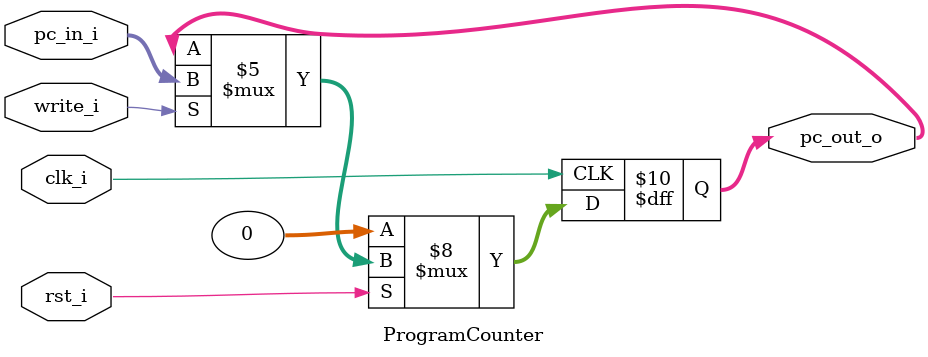
<source format=v>

module ProgramCounter(
    clk_i,
	rst_i,
	write_i,
	pc_in_i,
	pc_out_o
	);
     
//I/O ports
input           clk_i;
input	        rst_i;
input	        write_i;
input  [32-1:0] pc_in_i;
output [32-1:0] pc_out_o;
 
//Internal Signals
reg    [32-1:0] pc_out_o;
 
//Parameter

    
//Main function
always @(posedge clk_i) begin
    if(~rst_i)
	    pc_out_o <= 0;
	else if(~write_i)
	   pc_out_o <= pc_out_o;
	else
	    pc_out_o <= pc_in_i;
end

endmodule


                    
                    
</source>
